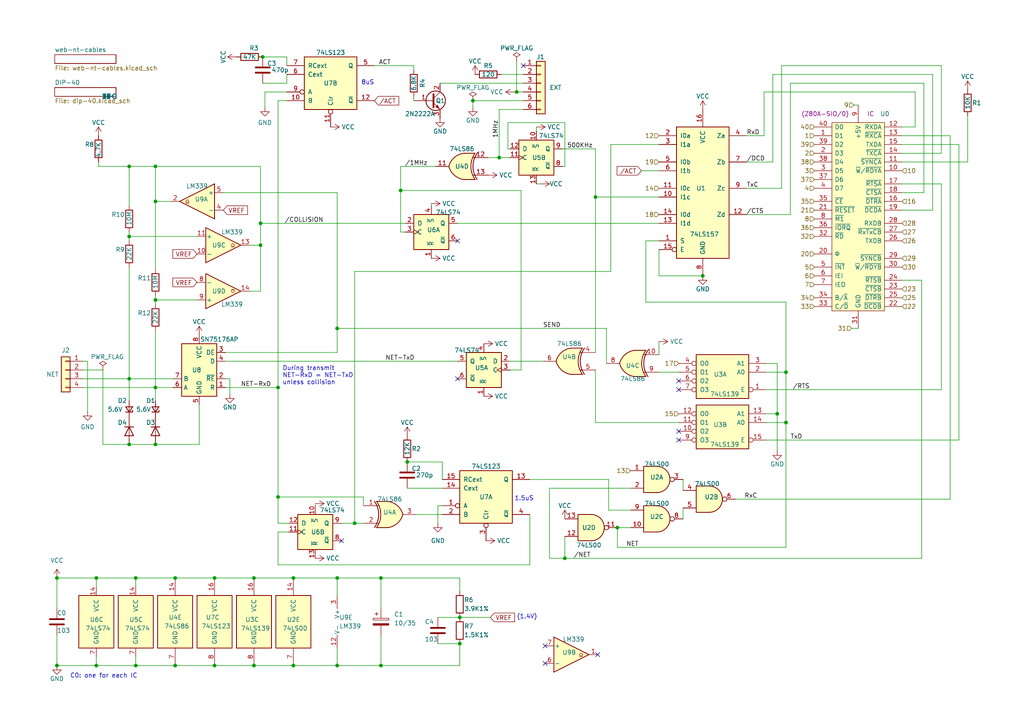
<source format=kicad_sch>
(kicad_sch (version 20211123) (generator eeschema)
  (paper "A4")
  (junction (at 50.8 193.04))
  (junction (at 50.8 167.64))
  (junction (at 37.465 48.26))
  (junction (at 73.66 193.04))
  (junction (at 102.87 151.765))
  (junction (at 97.79 95.25))
  (junction (at 39.37 193.04))
  (junction (at 73.66 167.64))
  (junction (at 118.11 133.985))
  (junction (at 62.23 193.04))
  (junction (at 80.645 112.395))
  (junction (at 27.94 167.64))
  (junction (at 144.78 45.72))
  (junction (at 227.965 122.555))
  (junction (at 37.465 109.855))
  (junction (at 133.35 186.69))
  (junction (at 133.35 179.07))
  (junction (at 137.16 29.21))
  (junction (at 39.37 167.64))
  (junction (at 45.085 112.395))
  (junction (at 225.425 120.015))
  (junction (at 37.465 68.58))
  (junction (at 110.49 167.64))
  (junction (at 45.085 48.26))
  (junction (at 62.23 167.64))
  (junction (at 172.72 57.15))
  (junction (at 45.085 58.42))
  (junction (at 116.205 55.245))
  (junction (at 76.2 16.51))
  (junction (at 16.51 193.04))
  (junction (at 97.79 167.64))
  (junction (at 80.645 144.145))
  (junction (at 45.085 86.995))
  (junction (at 227.965 107.95))
  (junction (at 27.94 193.04))
  (junction (at 75.565 64.77))
  (junction (at 16.51 167.64))
  (junction (at 203.835 80.01))
  (junction (at 163.83 161.925))
  (junction (at 37.465 128.905))
  (junction (at 45.085 128.905))
  (junction (at 75.565 71.12))
  (junction (at 85.09 167.64))
  (junction (at 85.09 193.04))
  (junction (at 97.79 193.04))
  (junction (at 110.49 193.04))
  (junction (at 179.07 153.035))
  (junction (at 149.86 26.67))
  (no_connect (at 151.765 19.05))
  (no_connect (at 158.115 187.325))
  (no_connect (at 158.115 192.405))
  (no_connect (at 173.355 189.865))
  (no_connect (at 99.06 156.845))
  (no_connect (at 132.715 69.85))
  (no_connect (at 196.85 125.095))
  (no_connect (at 196.85 127.635))
  (no_connect (at 196.85 110.49))
  (no_connect (at 196.85 113.03))
  (no_connect (at 132.715 109.855))
  (wire (pts (xy 110.49 167.64) (xy 97.79 167.64)))
  (wire (pts (xy 222.25 122.555) (xy 227.965 122.555)))
  (wire (pts (xy 151.13 55.245) (xy 116.205 55.245)))
  (wire (pts (xy 16.51 193.04) (xy 27.94 193.04)))
  (wire (pts (xy 151.13 107.315) (xy 151.13 55.245)))
  (wire (pts (xy 149.225 26.67) (xy 149.86 26.67)))
  (wire (pts (xy 261.62 81.28) (xy 267.335 81.28)))
  (wire (pts (xy 186.055 49.53) (xy 191.135 49.53)))
  (wire (pts (xy 270.51 21.59) (xy 224.155 21.59)))
  (wire (pts (xy 216.535 54.61) (xy 226.695 54.61)))
  (wire (pts (xy 155.575 36.83) (xy 155.575 38.1)))
  (wire (pts (xy 50.8 193.04) (xy 62.23 193.04)))
  (wire (pts (xy 179.07 153.035) (xy 179.07 158.75)))
  (wire (pts (xy 97.79 167.64) (xy 97.79 172.72)))
  (wire (pts (xy 91.44 146.05) (xy 91.44 146.685)))
  (wire (pts (xy 110.49 193.04) (xy 97.79 193.04)))
  (wire (pts (xy 45.085 95.885) (xy 45.085 112.395)))
  (wire (pts (xy 191.135 41.91) (xy 177.165 41.91)))
  (wire (pts (xy 191.135 69.85) (xy 187.325 69.85)))
  (wire (pts (xy 27.94 167.64) (xy 27.94 170.18)))
  (wire (pts (xy 72.39 71.12) (xy 75.565 71.12)))
  (wire (pts (xy 163.83 155.575) (xy 163.83 161.925)))
  (wire (pts (xy 247.65 30.48) (xy 248.92 30.48)))
  (wire (pts (xy 37.465 68.58) (xy 37.465 69.85)))
  (wire (pts (xy 80.645 29.21) (xy 80.645 112.395)))
  (wire (pts (xy 187.325 69.85) (xy 187.325 87.63)))
  (wire (pts (xy 176.53 147.955) (xy 182.88 147.955)))
  (wire (pts (xy 45.085 48.26) (xy 75.565 48.26)))
  (wire (pts (xy 45.085 48.26) (xy 45.085 58.42)))
  (wire (pts (xy 62.23 167.64) (xy 73.66 167.64)))
  (wire (pts (xy 83.185 26.67) (xy 76.835 26.67)))
  (wire (pts (xy 267.335 161.925) (xy 163.83 161.925)))
  (wire (pts (xy 216.535 62.23) (xy 229.235 62.23)))
  (wire (pts (xy 27.94 193.04) (xy 39.37 193.04)))
  (wire (pts (xy 120.015 27.94) (xy 120.015 29.21)))
  (wire (pts (xy 132.715 64.77) (xy 191.135 64.77)))
  (wire (pts (xy 261.62 44.45) (xy 273.05 44.45)))
  (wire (pts (xy 65.405 112.395) (xy 80.645 112.395)))
  (wire (pts (xy 147.955 104.775) (xy 157.48 104.775)))
  (wire (pts (xy 29.845 107.315) (xy 29.845 128.905)))
  (wire (pts (xy 75.565 48.26) (xy 75.565 64.77)))
  (wire (pts (xy 99.06 151.765) (xy 102.87 151.765)))
  (wire (pts (xy 117.475 67.31) (xy 116.205 67.31)))
  (wire (pts (xy 105.41 146.685) (xy 105.41 144.145)))
  (wire (pts (xy 273.05 113.03) (xy 222.25 113.03)))
  (wire (pts (xy 175.895 95.25) (xy 97.79 95.25)))
  (wire (pts (xy 97.79 193.04) (xy 97.79 187.96)))
  (wire (pts (xy 133.35 193.04) (xy 110.49 193.04)))
  (wire (pts (xy 16.51 167.64) (xy 27.94 167.64)))
  (wire (pts (xy 261.62 39.37) (xy 275.59 39.37)))
  (wire (pts (xy 265.43 36.83) (xy 265.43 26.67)))
  (wire (pts (xy 80.645 112.395) (xy 80.645 144.145)))
  (wire (pts (xy 76.2 24.13) (xy 83.185 24.13)))
  (wire (pts (xy 172.72 43.18) (xy 172.72 57.15)))
  (wire (pts (xy 80.645 154.305) (xy 83.82 154.305)))
  (wire (pts (xy 97.79 55.88) (xy 97.79 95.25)))
  (wire (pts (xy 247.015 95.25) (xy 248.92 95.25)))
  (wire (pts (xy 144.78 45.72) (xy 147.955 45.72)))
  (wire (pts (xy 50.165 112.395) (xy 45.085 112.395)))
  (wire (pts (xy 45.085 58.42) (xy 49.53 58.42)))
  (wire (pts (xy 273.05 53.34) (xy 261.62 53.34)))
  (wire (pts (xy 83.185 24.13) (xy 83.185 21.59)))
  (wire (pts (xy 37.465 68.58) (xy 57.15 68.58)))
  (wire (pts (xy 62.23 193.04) (xy 73.66 193.04)))
  (wire (pts (xy 65.405 104.775) (xy 132.715 104.775)))
  (wire (pts (xy 179.07 158.75) (xy 227.965 158.75)))
  (wire (pts (xy 65.405 102.235) (xy 97.79 102.235)))
  (wire (pts (xy 102.87 151.765) (xy 102.87 78.74)))
  (wire (pts (xy 133.35 179.07) (xy 142.24 179.07)))
  (wire (pts (xy 147.955 43.18) (xy 147.32 43.18)))
  (wire (pts (xy 275.59 39.37) (xy 275.59 144.78)))
  (wire (pts (xy 216.535 46.99) (xy 224.155 46.99)))
  (wire (pts (xy 159.385 161.925) (xy 159.385 141.605)))
  (wire (pts (xy 126.365 48.26) (xy 116.205 48.26)))
  (wire (pts (xy 153.67 163.83) (xy 153.67 149.225)))
  (wire (pts (xy 80.645 151.765) (xy 80.645 144.145)))
  (wire (pts (xy 191.135 72.39) (xy 191.135 80.01)))
  (wire (pts (xy 45.085 128.905) (xy 57.785 128.905)))
  (wire (pts (xy 267.97 55.88) (xy 267.97 24.13)))
  (wire (pts (xy 182.88 153.035) (xy 179.07 153.035)))
  (wire (pts (xy 28.575 48.26) (xy 37.465 48.26)))
  (wire (pts (xy 222.25 105.41) (xy 225.425 105.41)))
  (wire (pts (xy 73.66 193.04) (xy 85.09 193.04)))
  (wire (pts (xy 127 179.07) (xy 133.35 179.07)))
  (wire (pts (xy 176.53 147.955) (xy 176.53 139.065)))
  (wire (pts (xy 97.79 102.235) (xy 97.79 95.25)))
  (wire (pts (xy 80.645 154.305) (xy 80.645 163.83)))
  (wire (pts (xy 75.565 64.77) (xy 117.475 64.77)))
  (wire (pts (xy 45.085 112.395) (xy 45.085 116.205)))
  (wire (pts (xy 265.43 26.67) (xy 221.615 26.67)))
  (wire (pts (xy 45.085 86.995) (xy 45.085 88.265)))
  (wire (pts (xy 159.385 141.605) (xy 182.88 141.605)))
  (wire (pts (xy 45.085 112.395) (xy 24.13 112.395)))
  (wire (pts (xy 73.66 167.64) (xy 85.09 167.64)))
  (wire (pts (xy 198.12 139.065) (xy 198.12 142.24)))
  (wire (pts (xy 66.675 109.855) (xy 66.675 114.3)))
  (wire (pts (xy 39.37 167.64) (xy 39.37 170.18)))
  (wire (pts (xy 222.25 127.635) (xy 278.13 127.635)))
  (wire (pts (xy 278.13 41.91) (xy 278.13 127.635)))
  (wire (pts (xy 137.16 29.21) (xy 137.16 31.115)))
  (wire (pts (xy 127 146.685) (xy 127 151.765)))
  (wire (pts (xy 128.27 146.685) (xy 127 146.685)))
  (wire (pts (xy 16.51 167.64) (xy 16.51 176.53)))
  (wire (pts (xy 128.27 133.985) (xy 128.27 139.065)))
  (wire (pts (xy 198.12 147.32) (xy 198.12 150.495)))
  (wire (pts (xy 45.085 58.42) (xy 45.085 78.105)))
  (wire (pts (xy 225.425 105.41) (xy 225.425 120.015)))
  (wire (pts (xy 50.8 167.64) (xy 62.23 167.64)))
  (wire (pts (xy 50.165 109.855) (xy 37.465 109.855)))
  (wire (pts (xy 85.09 167.64) (xy 97.79 167.64)))
  (wire (pts (xy 39.37 193.04) (xy 50.8 193.04)))
  (wire (pts (xy 149.86 26.67) (xy 151.765 26.67)))
  (wire (pts (xy 226.695 19.05) (xy 273.05 19.05)))
  (wire (pts (xy 45.085 85.725) (xy 45.085 86.995)))
  (wire (pts (xy 75.565 71.12) (xy 75.565 64.77)))
  (wire (pts (xy 155.575 53.34) (xy 156.845 53.34)))
  (wire (pts (xy 120.015 19.05) (xy 120.015 20.32)))
  (wire (pts (xy 216.535 39.37) (xy 221.615 39.37)))
  (wire (pts (xy 147.32 43.18) (xy 147.32 35.56)))
  (wire (pts (xy 191.135 99.06) (xy 191.135 102.87)))
  (wire (pts (xy 261.62 60.96) (xy 270.51 60.96)))
  (wire (pts (xy 80.645 163.83) (xy 153.67 163.83)))
  (wire (pts (xy 27.94 167.64) (xy 39.37 167.64)))
  (wire (pts (xy 227.965 107.95) (xy 227.965 87.63)))
  (wire (pts (xy 261.62 36.83) (xy 265.43 36.83)))
  (wire (pts (xy 75.565 84.455) (xy 75.565 71.12)))
  (wire (pts (xy 133.35 186.69) (xy 133.35 193.04)))
  (wire (pts (xy 133.35 171.45) (xy 133.35 167.64)))
  (wire (pts (xy 37.465 109.855) (xy 24.13 109.855)))
  (wire (pts (xy 191.135 80.01) (xy 203.835 80.01)))
  (wire (pts (xy 120.65 149.225) (xy 128.27 149.225)))
  (wire (pts (xy 37.465 77.47) (xy 37.465 109.855)))
  (wire (pts (xy 229.235 24.13) (xy 229.235 62.23)))
  (wire (pts (xy 105.41 144.145) (xy 80.645 144.145)))
  (wire (pts (xy 102.87 151.765) (xy 105.41 151.765)))
  (wire (pts (xy 267.335 81.28) (xy 267.335 161.925)))
  (wire (pts (xy 187.325 87.63) (xy 227.965 87.63)))
  (wire (pts (xy 273.05 53.34) (xy 273.05 113.03)))
  (wire (pts (xy 127 186.69) (xy 133.35 186.69)))
  (wire (pts (xy 163.83 48.26) (xy 163.195 48.26)))
  (wire (pts (xy 28.575 46.99) (xy 28.575 48.26)))
  (wire (pts (xy 261.62 46.99) (xy 280.67 46.99)))
  (wire (pts (xy 116.205 55.245) (xy 116.205 48.26)))
  (wire (pts (xy 177.165 78.74) (xy 102.87 78.74)))
  (wire (pts (xy 45.085 86.995) (xy 57.15 86.995)))
  (wire (pts (xy 133.35 167.64) (xy 110.49 167.64)))
  (wire (pts (xy 83.82 151.765) (xy 80.645 151.765)))
  (wire (pts (xy 224.155 21.59) (xy 224.155 46.99)))
  (wire (pts (xy 144.78 31.75) (xy 151.765 31.75)))
  (wire (pts (xy 191.135 57.15) (xy 172.72 57.15)))
  (wire (pts (xy 172.72 102.235) (xy 172.72 57.15)))
  (wire (pts (xy 280.67 46.99) (xy 280.67 33.655)))
  (wire (pts (xy 278.13 41.91) (xy 261.62 41.91)))
  (wire (pts (xy 16.51 184.15) (xy 16.51 193.04)))
  (wire (pts (xy 37.465 67.31) (xy 37.465 68.58)))
  (wire (pts (xy 270.51 60.96) (xy 270.51 21.59)))
  (wire (pts (xy 147.32 35.56) (xy 163.83 35.56)))
  (wire (pts (xy 273.05 19.05) (xy 273.05 44.45)))
  (wire (pts (xy 83.185 29.21) (xy 80.645 29.21)))
  (wire (pts (xy 163.83 161.925) (xy 159.385 161.925)))
  (wire (pts (xy 147.955 107.315) (xy 151.13 107.315)))
  (wire (pts (xy 83.185 16.51) (xy 76.2 16.51)))
  (wire (pts (xy 45.085 128.905) (xy 37.465 128.905)))
  (wire (pts (xy 57.785 128.905) (xy 57.785 117.475)))
  (wire (pts (xy 72.39 84.455) (xy 75.565 84.455)))
  (wire (pts (xy 108.585 19.05) (xy 120.015 19.05)))
  (wire (pts (xy 267.97 24.13) (xy 229.235 24.13)))
  (wire (pts (xy 65.405 109.855) (xy 66.675 109.855)))
  (wire (pts (xy 110.49 184.15) (xy 110.49 193.04)))
  (wire (pts (xy 226.695 54.61) (xy 226.695 19.05)))
  (wire (pts (xy 29.845 128.905) (xy 37.465 128.905)))
  (wire (pts (xy 118.11 141.605) (xy 128.27 141.605)))
  (wire (pts (xy 213.36 144.78) (xy 275.59 144.78)))
  (wire (pts (xy 27.94 190.5) (xy 27.94 193.04)))
  (wire (pts (xy 39.37 190.5) (xy 39.37 193.04)))
  (wire (pts (xy 149.86 17.78) (xy 149.86 26.67)))
  (wire (pts (xy 144.78 45.72) (xy 141.605 45.72)))
  (wire (pts (xy 221.615 26.67) (xy 221.615 39.37)))
  (wire (pts (xy 37.465 48.26) (xy 45.085 48.26)))
  (wire (pts (xy 144.78 31.75) (xy 144.78 45.72)))
  (wire (pts (xy 83.185 16.51) (xy 83.185 19.05)))
  (wire (pts (xy 261.62 55.88) (xy 267.97 55.88)))
  (wire (pts (xy 145.415 21.59) (xy 151.765 21.59)))
  (wire (pts (xy 76.835 26.67) (xy 76.835 31.115)))
  (wire (pts (xy 25.4 104.775) (xy 25.4 119.38)))
  (wire (pts (xy 163.83 35.56) (xy 163.83 48.26)))
  (wire (pts (xy 110.49 176.53) (xy 110.49 167.64)))
  (wire (pts (xy 24.13 104.775) (xy 25.4 104.775)))
  (wire (pts (xy 163.195 43.18) (xy 172.72 43.18)))
  (wire (pts (xy 85.09 193.04) (xy 97.79 193.04)))
  (wire (pts (xy 125.095 59.69) (xy 125.095 59.055)))
  (wire (pts (xy 227.965 122.555) (xy 227.965 107.95)))
  (wire (pts (xy 37.465 109.855) (xy 37.465 116.205)))
  (wire (pts (xy 39.37 167.64) (xy 50.8 167.64)))
  (wire (pts (xy 172.72 122.555) (xy 196.85 122.555)))
  (wire (pts (xy 225.425 120.015) (xy 225.425 130.81)))
  (wire (pts (xy 191.135 107.95) (xy 196.85 107.95)))
  (wire (pts (xy 64.77 55.88) (xy 97.79 55.88)))
  (wire (pts (xy 222.25 107.95) (xy 227.965 107.95)))
  (wire (pts (xy 175.895 105.41) (xy 175.895 95.25)))
  (wire (pts (xy 24.13 107.315) (xy 29.845 107.315)))
  (wire (pts (xy 151.765 29.21) (xy 137.16 29.21)))
  (wire (pts (xy 37.465 59.69) (xy 37.465 48.26)))
  (wire (pts (xy 153.67 139.065) (xy 176.53 139.065)))
  (wire (pts (xy 177.165 41.91) (xy 177.165 78.74)))
  (wire (pts (xy 222.25 120.015) (xy 225.425 120.015)))
  (wire (pts (xy 118.11 133.985) (xy 128.27 133.985)))
  (wire (pts (xy 116.205 55.245) (xy 116.205 67.31)))
  (wire (pts (xy 127.635 24.13) (xy 151.765 24.13)))
  (wire (pts (xy 227.965 158.75) (xy 227.965 122.555)))
  (wire (pts (xy 172.72 107.315) (xy 172.72 122.555)))
  (text "(1.4V)" (at 149.86 179.705 0) (effects (font (size 1.27 1.27)) (justify left bottom)))
  (text "During transmit\nNET-RxD = NET-TxD\nunless collision" (at 81.915 111.76 0) (effects (font (size 1.27 1.27)) (justify left bottom)))
  (text "8uS" (at 104.775 24.765 0) (effects (font (size 1.27 1.27)) (justify left bottom)))
  (text "C0: one for each IC" (at 20.32 196.85 0) (effects (font (size 1.27 1.27)) (justify left bottom)))
  (text "1.5uS" (at 149.225 145.415 0) (effects (font (size 1.27 1.27)) (justify left bottom)))
  (label "{slash}DCD" (at 216.535 46.99 0))
  (label "TxC" (at 216.535 54.61 0))
  (label "{slash}RTS" (at 229.87 113.03 0))
  (label "NET-RxD" (at 69.85 112.395 0))
  (label "SEND" (at 157.48 95.25 0))
  (label "TxD" (at 229.235 127.635 0))
  (label "RxC" (at 215.9 144.78 0))
  (label "{slash}COLLISION" (at 82.55 64.77 0))
  (label "1MHz" (at 144.78 40.005 90))
  (label "NET-TxD" (at 111.76 104.775 0))
  (label "{slash}NET" (at 166.37 161.925 0))
  (label "{slash}1MHz" (at 117.475 48.26 0))
  (label "NET" (at 181.61 158.75 0))
  (label "ACT" (at 109.855 19.05 0))
  (label "500KHz" (at 164.465 43.18 0))
  (label "RxD" (at 216.535 39.37 0))
  (label "{slash}CTS" (at 216.535 62.23 0))
  (global_label "VREF" (shape input) (at 57.15 81.915 180) (property "Intersheet References" "${INTERSHEET_REFS}" (effects hide)))
  (global_label "{slash}ACT" (shape input) (at 108.585 29.21 0) (property "Intersheet References" "${INTERSHEET_REFS}" (effects hide)))
  (global_label "VREF" (shape input) (at 142.24 179.07 0) (property "Intersheet References" "${INTERSHEET_REFS}" (effects hide)))
  (global_label "VREF" (shape input) (at 57.15 73.66 180) (property "Intersheet References" "${INTERSHEET_REFS}" (effects hide)))
  (global_label "VREF" (shape input) (at 64.77 60.96 0) (property "Intersheet References" "${INTERSHEET_REFS}" (effects hide)))
  (global_label "{slash}ACT" (shape input) (at 186.055 49.53 180) (property "Intersheet References" "${INTERSHEET_REFS}" (effects hide)))
  (hierarchical_label "5" (shape input) (at 236.22 77.47 180))
  (hierarchical_label "13" (shape input) (at 182.88 136.525 180))
  (hierarchical_label "26" (shape input) (at 261.62 69.85 0))
  (hierarchical_label "34" (shape input) (at 236.22 86.36 180))
  (hierarchical_label "38" (shape input) (at 236.22 46.99 180))
  (hierarchical_label "30" (shape input) (at 261.62 77.47 0))
  (hierarchical_label "4" (shape input) (at 236.22 54.61 180))
  (hierarchical_label "39" (shape input) (at 236.22 41.91 180))
  (hierarchical_label "1" (shape input) (at 236.22 39.37 180))
  (hierarchical_label "27" (shape input) (at 261.62 67.31 0))
  (hierarchical_label "35" (shape input) (at 236.22 58.42 180))
  (hierarchical_label "36" (shape input) (at 236.22 66.04 180))
  (hierarchical_label "16" (shape input) (at 261.62 58.42 0))
  (hierarchical_label "33" (shape input) (at 236.22 88.9 180))
  (hierarchical_label "40" (shape input) (at 236.22 36.83 180))
  (hierarchical_label "7" (shape input) (at 236.22 82.55 180))
  (hierarchical_label "14" (shape input) (at 191.135 54.61 180))
  (hierarchical_label "19" (shape input) (at 191.135 46.99 180))
  (hierarchical_label "37" (shape input) (at 236.22 52.07 180))
  (hierarchical_label "22" (shape input) (at 261.62 88.9 0))
  (hierarchical_label "23" (shape input) (at 261.62 83.82 0))
  (hierarchical_label "28" (shape input) (at 261.62 64.77 0))
  (hierarchical_label "32" (shape input) (at 236.22 68.58 180))
  (hierarchical_label "12" (shape input) (at 191.135 39.37 180))
  (hierarchical_label "29" (shape input) (at 261.62 74.93 0))
  (hierarchical_label "6" (shape input) (at 236.22 80.01 180))
  (hierarchical_label "21" (shape input) (at 236.22 60.96 180))
  (hierarchical_label "9" (shape input) (at 247.65 30.48 180))
  (hierarchical_label "31" (shape input) (at 247.015 95.25 180))
  (hierarchical_label "18" (shape input) (at 191.135 62.23 180))
  (hierarchical_label "8" (shape input) (at 236.22 63.5 180))
  (hierarchical_label "2" (shape input) (at 236.22 44.45 180))
  (hierarchical_label "25" (shape input) (at 261.62 86.36 0))
  (hierarchical_label "17" (shape input) (at 196.85 105.41 180))
  (hierarchical_label "20" (shape input) (at 236.22 73.66 180))
  (hierarchical_label "10" (shape input) (at 261.62 49.53 0))
  (hierarchical_label "3" (shape input) (at 236.22 49.53 180))
  (hierarchical_label "15" (shape input) (at 196.85 120.015 180))
  (symbol (lib_id "74xx:74LS157") (at 203.835 54.61 0) (unit 1)
    (property "Reference" "U1" (at 201.93 54.61 0) (effects (justify left)))
    (property "Value" "74LS157" (at 200.025 67.945 0) (effects (justify left)))
    (property "Datasheet" "http://www.ti.com/lit/gpn/sn74LS157" (effects hide))
  )
  (symbol (lib_id "Device:Q_NPN_BCE") (at 125.095 29.21 0) (unit 1)
    (property "Reference" "Q1" (at 126.365 29.21 0) (effects (justify left)))
    (property "Value" "2N2222A" (at 117.475 33.02 0) (effects (justify left)))
  )
  (symbol (lib_id "power:VCC") (at 68.58 16.51 90) (unit 1)
    (property "Reference" "#PWR0130" (effects hide))
    (property "Value" "VCC" (at 64.77 16.51 0))
  )
  (symbol (lib_id "power:VCC") (at 155.575 36.83 270) (unit 1)
    (property "Reference" "#PWR0104" (effects hide))
    (property "Value" "VCC" (at 158.75 36.83 90) (effects (justify left)))
  )
  (symbol (lib_id "Device:R") (at 118.11 130.175 0) (unit 1)
    (property "Reference" "R2" (at 119.38 130.175 0) (effects (justify left)))
    (property "Value" "12K" (at 118.11 132.08 90) (effects (justify left)))
  )
  (symbol (lib_id "Device:R") (at 133.35 175.26 0) (unit 1)
    (property "Reference" "R6" (at 134.62 173.99 0) (effects (justify left)))
    (property "Value" "3.9K1%" (at 134.62 176.53 0) (effects (justify left)))
  )
  (symbol (lib_id "Device:D_Zener_Small") (at 37.465 118.745 270) (mirror x) (unit 1)
    (property "Reference" "D2" (at 36.83 116.205 90) (effects (justify right)))
    (property "Value" "5.6V" (at 35.56 118.745 90) (effects (justify right)))
  )
  (symbol (lib_id "power:VCC") (at 137.795 21.59 0) (unit 1)
    (property "Reference" "#PWR0120" (effects hide))
    (property "Value" "VCC" (at 137.795 17.78 0))
  )
  (symbol (lib_id "power:VCC") (at 149.225 26.67 90) (unit 1)
    (property "Reference" "#PWR0102" (effects hide))
    (property "Value" "VCC" (at 146.05 26.67 90) (effects (justify left)))
  )
  (symbol (lib_id "Device:R") (at 45.085 92.075 0) (mirror y) (unit 1)
    (property "Reference" "R12" (at 43.815 90.805 0) (effects (justify left)))
    (property "Value" "22K" (at 45.085 93.98 90) (effects (justify left)))
  )
  (symbol (lib_id "power:GND") (at 76.835 31.115 0) (unit 1)
    (property "Reference" "#PWR0121" (effects hide))
    (property "Value" "GND" (at 76.835 35.56 0))
  )
  (symbol (lib_id "power:GND") (at 127.635 34.29 0) (unit 1)
    (property "Reference" "#PWR0105" (effects hide))
    (property "Value" "GND" (at 127.635 38.1 0))
  )
  (symbol (lib_id "Connector_Generic:Conn_01x06") (at 156.845 24.13 0) (unit 1)
    (property "Reference" "J1" (at 155.575 16.51 0) (effects (justify left)))
    (property "Value" "EXT" (at 159.385 25.4 0) (effects (justify left)))
  )
  (symbol (lib_id "power:VCC") (at 95.885 36.83 270) (unit 1)
    (property "Reference" "#PWR0122" (effects hide))
    (property "Value" "VCC" (at 99.06 36.83 90) (effects (justify left)))
  )
  (symbol (lib_id "Device:D") (at 37.465 125.095 90) (mirror x) (unit 1)
    (property "Reference" "D4" (at 36.83 122.555 90) (effects (justify left)))
    (property "Value" " " (at 34.29 126.3649 90) (effects (justify left)))
  )
  (symbol (lib_id "Comparator:LM339") (at 57.15 58.42 0) (mirror y) (unit 1)
    (property "Reference" "U9" (at 58.42 57.785 0))
    (property "Value" "LM339" (at 57.15 53.975 0))
    (property "Datasheet" "https://www.st.com/resource/en/datasheet/lm139.pdf" (effects hide))
  )
  (symbol (lib_id "power:VCC") (at 280.67 26.035 0) (unit 1)
    (property "Reference" "#PWR0101" (effects hide))
    (property "Value" "VCC" (at 280.67 22.225 0))
  )
  (symbol (lib_id "power:VCC") (at 125.095 59.055 270) (unit 1)
    (property "Reference" "#PWR0109" (effects hide))
    (property "Value" "VCC" (at 128.27 59.055 90) (effects (justify left)))
  )
  (symbol (lib_id "74xx:74LS86") (at 183.515 105.41 180) (unit 3)
    (property "Reference" "U4" (at 183.515 106.045 0))
    (property "Value" "74LS86" (at 183.515 109.855 0))
    (property "Datasheet" "74xx/74ls86.pdf" (effects hide))
  )
  (symbol (lib_id "power:GND") (at 66.675 114.3 0) (mirror y) (unit 1)
    (property "Reference" "#PWR0125" (effects hide))
    (property "Value" "GND" (at 66.675 118.11 0))
  )
  (symbol (lib_id "power:PWR_FLAG") (at 149.86 17.78 0) (unit 1)
    (property "Reference" "#FLG0102" (effects hide))
    (property "Value" "PWR_FLAG" (at 149.86 13.97 0))
  )
  (symbol (lib_id "power:GND") (at 16.51 193.04 0) (unit 1)
    (property "Reference" "#PWR0124" (effects hide))
    (property "Value" "GND" (at 16.51 196.85 0))
  )
  (symbol (lib_id "Device:C") (at 76.2 20.32 0) (unit 1)
    (property "Reference" "C3" (at 77.47 18.415 0) (effects (justify left)))
    (property "Value" "470p" (at 78.74 20.32 0) (effects (justify left)))
  )
  (symbol (lib_id "74xx:74LS139") (at 209.55 122.555 0) (mirror y) (unit 2)
    (property "Reference" "U3" (at 208.915 123.19 0))
    (property "Value" "74LS139" (at 210.185 128.905 0))
    (property "Datasheet" "http://www.ti.com/lit/ds/symlink/sn74ls139a.pdf" (effects hide))
  )
  (symbol (lib_id "power:VCC") (at 91.44 146.05 270) (unit 1)
    (property "Reference" "#PWR0128" (effects hide))
    (property "Value" "VCC" (at 94.615 146.05 90) (effects (justify left)))
  )
  (symbol (lib_id "Device:C") (at 118.11 137.795 0) (unit 1)
    (property "Reference" "C2" (at 119.38 135.89 0) (effects (justify left)))
    (property "Value" "270p" (at 120.65 137.795 0) (effects (justify left)))
  )
  (symbol (lib_id "power:VCC") (at 118.11 126.365 0) (unit 1)
    (property "Reference" "#PWR0116" (effects hide))
    (property "Value" "VCC" (at 118.11 122.555 0))
  )
  (symbol (lib_id "power:VCC") (at 191.135 99.06 270) (unit 1)
    (property "Reference" "#PWR0113" (effects hide))
    (property "Value" "VCC" (at 194.31 99.06 90) (effects (justify left)))
  )
  (symbol (lib_id "power:GND") (at 137.16 31.115 0) (unit 1)
    (property "Reference" "#PWR0103" (effects hide))
    (property "Value" "GND" (at 137.16 34.925 0))
  )
  (symbol (lib_id "Device:R") (at 37.465 73.66 0) (mirror y) (unit 1)
    (property "Reference" "R9" (at 36.195 72.39 0) (effects (justify left)))
    (property "Value" "22K" (at 37.465 75.565 90) (effects (justify left)))
  )
  (symbol (lib_id "74xx:74LS123") (at 62.23 180.34 0) (unit 3)
    (property "Reference" "U7" (at 59.69 179.07 0) (effects (justify left)))
    (property "Value" "74LS123" (at 58.42 181.61 0) (effects (justify left)))
    (property "Datasheet" "http://www.ti.com/lit/gpn/sn74LS123" (effects hide))
  )
  (symbol (lib_id "Device:R") (at 120.015 24.13 0) (unit 1)
    (property "Reference" "R4" (at 122.555 24.13 90))
    (property "Value" "6.8K" (at 120.015 24.13 90))
  )
  (symbol (lib_id "Device:R") (at 280.67 29.845 0) (unit 1)
    (property "Reference" "R1" (at 281.94 29.845 0) (effects (justify left)))
    (property "Value" "10K" (at 280.67 31.75 90) (effects (justify left)))
  )
  (symbol (lib_id "74xx:74LS00") (at 171.45 153.035 0) (mirror x) (unit 4)
    (property "Reference" "U2" (at 170.815 153.035 0))
    (property "Value" "74LS00" (at 170.815 158.115 0))
    (property "Datasheet" "http://www.ti.com/lit/gpn/sn74ls00" (effects hide))
  )
  (symbol (lib_id "74xx:74LS123") (at 140.97 144.145 0) (unit 1)
    (property "Reference" "U7" (at 140.97 144.145 0))
    (property "Value" "74LS123" (at 140.97 135.255 0))
    (property "Datasheet" "http://www.ti.com/lit/gpn/sn74LS123" (effects hide))
  )
  (symbol (lib_id "power:VCC") (at 125.095 74.93 270) (unit 1)
    (property "Reference" "#PWR0106" (effects hide))
    (property "Value" "VCC" (at 128.27 74.93 90) (effects (justify left)))
  )
  (symbol (lib_id "Device:R") (at 45.085 81.915 0) (mirror y) (unit 1)
    (property "Reference" "R11" (at 43.815 80.645 0) (effects (justify left)))
    (property "Value" "10M" (at 45.085 83.82 90) (effects (justify left)))
  )
  (symbol (lib_id "power:VCC") (at 141.605 50.8 270) (unit 1)
    (property "Reference" "#PWR0108" (effects hide))
    (property "Value" "VCC" (at 144.78 50.8 90) (effects (justify left)))
  )
  (symbol (lib_id "74xx:74LS86") (at 50.8 180.34 0) (unit 5)
    (property "Reference" "U4" (at 48.895 179.07 0) (effects (justify left)))
    (property "Value" "74LS86" (at 47.625 181.61 0) (effects (justify left)))
    (property "Datasheet" "74xx/74ls86.pdf" (effects hide))
  )
  (symbol (lib_id "74xx:74LS00") (at 85.09 180.34 0) (unit 5)
    (property "Reference" "U2" (at 83.185 179.705 0) (effects (justify left)))
    (property "Value" "74LS00" (at 81.915 182.245 0) (effects (justify left)))
    (property "Datasheet" "http://www.ti.com/lit/gpn/sn74ls00" (effects hide))
  )
  (symbol (lib_id "power:GND") (at 203.835 80.01 0) (unit 1)
    (property "Reference" "#PWR0112" (effects hide))
    (property "Value" "GND" (at 203.835 83.82 0))
  )
  (symbol (lib_id "74xx:74LS00") (at 190.5 139.065 0) (unit 1)
    (property "Reference" "U2" (at 190.5 138.43 0))
    (property "Value" "74LS00" (at 190.5 134.62 0))
    (property "Datasheet" "http://www.ti.com/lit/gpn/sn74ls00" (effects hide))
  )
  (symbol (lib_id "power:VCC") (at 28.575 39.37 0) (mirror y) (unit 1)
    (property "Reference" "#PWR0131" (effects hide))
    (property "Value" "VCC" (at 28.575 35.56 0))
  )
  (symbol (lib_id "power:VCC") (at 140.335 114.935 270) (unit 1)
    (property "Reference" "#PWR0114" (effects hide))
    (property "Value" "VCC" (at 143.51 114.935 90) (effects (justify left)))
  )
  (symbol (lib_id "74xx:74LS86") (at 133.985 48.26 0) (mirror y) (unit 4)
    (property "Reference" "U4" (at 133.985 48.26 0))
    (property "Value" "74LS86" (at 133.985 43.18 0))
    (property "Datasheet" "74xx/74ls86.pdf" (effects hide))
  )
  (symbol (lib_id "Device:C") (at 127 182.88 0) (unit 1)
    (property "Reference" "C4" (at 123.19 180.34 0) (effects (justify left)))
    (property "Value" "103" (at 123.19 185.42 0) (effects (justify left)))
  )
  (symbol (lib_id "Device:D") (at 45.085 125.095 90) (mirror x) (unit 1)
    (property "Reference" "D3" (at 45.085 122.555 90) (effects (justify left)))
    (property "Value" " " (at 42.545 126.3649 90) (effects (justify left)))
  )
  (symbol (lib_id "74xx:74LS74") (at 91.44 154.305 0) (unit 2)
    (property "Reference" "U6" (at 90.17 154.305 0) (effects (justify left)))
    (property "Value" "74LS74" (at 92.71 147.955 0) (effects (justify left)))
    (property "Datasheet" "74xx/74hc_hct74.pdf" (effects hide))
  )
  (symbol (lib_id "74xx:74LS123") (at 95.885 24.13 0) (unit 2)
    (property "Reference" "U7" (at 95.885 24.13 0))
    (property "Value" "74LS123" (at 95.885 15.24 0))
    (property "Datasheet" "http://www.ti.com/lit/gpn/sn74LS123" (effects hide))
  )
  (symbol (lib_id "Z80-peripherals:SIO0-DIP-40") (at 241.3 35.56 0) (unit 1)
    (property "Reference" "U0" (at 255.27 33.02 0) (effects (justify left)))
    (property "Value" " " (at 250.9394 27.94 0) (effects (justify left)))
    (property "Reference_1" "IC" (at 251.46 33.02 0) (effects (justify left)))
    (property "Value_1" "(Z80A-SIO/0)" (at 232.41 33.02 0) (effects (justify left)))
    (property "Footprint_1" "Package_DIP:DIP-40_W15.24mm_LongPads" (effects hide))
    (property "Datasheet_1" "http://www.zilog.com/docs/z80/ps0183.pdf" (effects hide))
    (property "Description" "Z80 CMOS SIO/0 Z84C40 Zilog" (effects hide))
    (property "Height" "4.06" (effects hide))
    (property "Manufacturer_Name" "Zilog" (effects hide))
    (property "Manufacturer_Part_Number" "Z84C4206PEG" (effects hide))
    (property "Mouser Part Number" "692-Z84C4206PEG" (effects hide))
    (property "Mouser Price/Stock" "https://www.mouser.com/Search/Refine.aspx?Keyword=692-Z84C4206PEG" (effects hide))
    (property "RS Part Number" "6600766" (effects hide))
    (property "RS Price/Stock" "https://uk.rs-online.com/web/p/products/6600766" (effects hide))
    (property "Allied_Number" "R1000052" (effects hide))
    (property "Allied Price/Stock" "https://www.alliedelec.com/zilog-z84c4206peg/R1000052/" (effects hide))
  )
  (symbol (lib_id "power:PWR_FLAG") (at 29.845 107.315 0) (unit 1)
    (property "Reference" "#FLG?" (effects hide))
    (property "Value" "PWR_FLAG" (at 31.115 103.505 0))
  )
  (symbol (lib_id "74xx:74LS86") (at 165.1 104.775 0) (mirror y) (unit 2)
    (property "Reference" "U4" (at 165.1 103.505 0))
    (property "Value" "74LS86" (at 165.1 99.695 0))
    (property "Datasheet" "74xx/74ls86.pdf" (effects hide))
  )
  (symbol (lib_id "Device:R") (at 72.39 16.51 90) (unit 1)
    (property "Reference" "R3" (at 73.66 13.97 90))
    (property "Value" "47K" (at 72.39 16.51 90))
  )
  (symbol (lib_id "Connector_Generic:Conn_01x04") (at 19.05 107.315 0) (mirror y) (unit 1)
    (property "Reference" "J2" (at 19.05 101.6 0))
    (property "Value" "NET" (at 15.24 108.585 0))
  )
  (symbol (lib_id "74xx:74LS00") (at 205.74 144.78 0) (unit 2)
    (property "Reference" "U2" (at 206.375 144.145 0))
    (property "Value" "74LS00" (at 205.105 140.335 0))
    (property "Datasheet" "http://www.ti.com/lit/gpn/sn74ls00" (effects hide))
  )
  (symbol (lib_id "Device:C") (at 16.51 180.34 0) (unit 1)
    (property "Reference" "C0" (at 16.51 177.8 0) (effects (justify left)))
    (property "Value" "103" (at 16.51 182.88 0) (effects (justify left)))
  )
  (symbol (lib_id "Comparator:LM339") (at 100.33 180.34 0) (unit 5)
    (property "Reference" "U9" (at 98.425 179.0699 0) (effects (justify left)))
    (property "Value" "LM339" (at 98.425 181.6099 0) (effects (justify left)))
    (property "Datasheet" "https://www.st.com/resource/en/datasheet/lm139.pdf" (effects hide))
  )
  (symbol (lib_id "power:GND") (at 25.4 119.38 0) (mirror y) (unit 1)
    (property "Reference" "#PWR0127" (effects hide))
    (property "Value" "GND" (at 25.4 123.825 0))
  )
  (symbol (lib_id "power:VCC") (at 140.335 99.695 270) (unit 1)
    (property "Reference" "#PWR0115" (effects hide))
    (property "Value" "VCC" (at 143.51 99.695 90) (effects (justify left)))
  )
  (symbol (lib_id "Device:C_Polarized") (at 110.49 180.34 0) (unit 1)
    (property "Reference" "C1" (at 114.3 178.1809 0) (effects (justify left)))
    (property "Value" "10/35" (at 114.3 180.7209 0) (effects (justify left)))
  )
  (symbol (lib_id "power:VCC") (at 163.83 150.495 0) (unit 1)
    (property "Reference" "#PWR0117" (effects hide))
    (property "Value" "VCC" (at 163.83 146.685 0))
  )
  (symbol (lib_id "power:VCC") (at 156.845 53.34 270) (unit 1)
    (property "Reference" "#PWR0107" (effects hide))
    (property "Value" "VCC" (at 161.29 53.34 90))
  )
  (symbol (lib_id "74xx:74LS139") (at 73.66 180.34 0) (unit 3)
    (property "Reference" "U3" (at 71.12 179.705 0) (effects (justify left)))
    (property "Value" "74LS139" (at 69.85 182.245 0) (effects (justify left)))
    (property "Datasheet" "http://www.ti.com/lit/ds/symlink/sn74ls139a.pdf" (effects hide))
  )
  (symbol (lib_id "Device:R") (at 133.35 182.88 0) (unit 1)
    (property "Reference" "R7" (at 134.62 181.61 0) (effects (justify left)))
    (property "Value" "1.5K1%" (at 134.62 184.15 0) (effects (justify left)))
  )
  (symbol (lib_id "Comparator:LM339") (at 64.77 71.12 0) (unit 3)
    (property "Reference" "U9" (at 63.5 71.12 0))
    (property "Value" "LM339" (at 67.31 67.31 0))
    (property "Datasheet" "https://www.st.com/resource/en/datasheet/lm139.pdf" (effects hide))
  )
  (symbol (lib_id "Interface_UART:SN75176AP") (at 57.785 107.315 0) (mirror y) (unit 1)
    (property "Reference" "U8" (at 58.42 107.315 0) (effects (justify left)))
    (property "Value" "SN75176AP" (at 69.215 98.425 0) (effects (justify left)))
    (property "Footprint" "Package_DIP:DIP-8_W7.62mm" (effects hide))
    (property "Datasheet" "http://www.ti.com/lit/ds/symlink/sn75176a.pdf" (effects hide))
  )
  (symbol (lib_id "74xx:74LS86") (at 113.03 149.225 0) (unit 1)
    (property "Reference" "U4" (at 113.03 148.59 0))
    (property "Value" "74LS86" (at 113.03 144.78 0))
    (property "Datasheet" "74xx/74ls86.pdf" (effects hide))
  )
  (symbol (lib_id "power:VCC") (at 203.835 31.75 0) (unit 1)
    (property "Reference" "#PWR0111" (effects hide))
    (property "Value" "VCC" (at 203.835 27.94 0))
  )
  (symbol (lib_id "74xx:74LS00") (at 190.5 150.495 0) (unit 3)
    (property "Reference" "U2" (at 190.5 149.86 0))
    (property "Value" "74LS00" (at 190.5 146.05 0))
    (property "Datasheet" "http://www.ti.com/lit/gpn/sn74ls00" (effects hide))
  )
  (symbol (lib_id "Device:R") (at 37.465 63.5 0) (mirror y) (unit 1)
    (property "Reference" "R10" (at 36.195 62.23 0) (effects (justify left)))
    (property "Value" "10M" (at 37.465 65.405 90) (effects (justify left)))
  )
  (symbol (lib_id "power:VCC") (at 16.51 167.64 0) (unit 1)
    (property "Reference" "#PWR0123" (effects hide))
    (property "Value" "VCC" (at 16.51 162.56 0))
  )
  (symbol (lib_id "Comparator:LM339") (at 165.735 189.865 0) (unit 2)
    (property "Reference" "U9" (at 165.1 189.23 0))
    (property "Value" "LM339" (at 166.37 185.42 0))
    (property "Datasheet" "https://www.st.com/resource/en/datasheet/lm139.pdf" (effects hide))
  )
  (symbol (lib_id "74xx:74LS74") (at 125.095 67.31 0) (unit 1)
    (property "Reference" "U6" (at 123.825 66.675 0) (effects (justify left)))
    (property "Value" "74LS74" (at 126.365 61.595 0) (effects (justify left)))
    (property "Datasheet" "74xx/74hc_hct74.pdf" (effects hide))
  )
  (symbol (lib_id "power:GND") (at 127 151.765 0) (unit 1)
    (property "Reference" "#PWR0118" (effects hide))
    (property "Value" "GND" (at 127 156.845 0))
  )
  (symbol (lib_id "power:PWR_FLAG") (at 137.16 29.21 0) (unit 1)
    (property "Reference" "#FLG0101" (effects hide))
    (property "Value" "PWR_FLAG" (at 137.16 25.4 0))
  )
  (symbol (lib_id "power:GND") (at 225.425 130.81 0) (unit 1)
    (property "Reference" "#PWR0110" (effects hide))
    (property "Value" "GND" (at 225.425 134.62 0))
  )
  (symbol (lib_id "Comparator:LM339") (at 64.77 84.455 0) (mirror x) (unit 4)
    (property "Reference" "U9" (at 63.5 84.455 0))
    (property "Value" "LM339" (at 67.31 88.265 0))
    (property "Datasheet" "https://www.st.com/resource/en/datasheet/lm139.pdf" (effects hide))
  )
  (symbol (lib_id "74xx:74LS74") (at 155.575 45.72 0) (unit 2)
    (property "Reference" "U5" (at 154.305 45.72 0) (effects (justify left)))
    (property "Value" "74LS74" (at 156.21 39.37 0) (effects (justify left)))
    (property "Datasheet" "74xx/74hc_hct74.pdf" (effects hide))
  )
  (symbol (lib_id "74xx:74LS74") (at 27.94 180.34 0) (unit 3)
    (property "Reference" "U6" (at 26.035 179.705 0) (effects (justify left)))
    (property "Value" "74LS74" (at 24.765 182.245 0) (effects (justify left)))
    (property "Datasheet" "74xx/74hc_hct74.pdf" (effects hide))
  )
  (symbol (lib_id "Device:R") (at 28.575 43.18 0) (mirror y) (unit 1)
    (property "Reference" "R8" (at 27.305 41.91 0) (effects (justify left)))
    (property "Value" "4.7K" (at 28.575 45.72 90) (effects (justify left)))
  )
  (symbol (lib_id "power:VCC") (at 91.44 161.925 270) (unit 1)
    (property "Reference" "#PWR0129" (effects hide))
    (property "Value" "VCC" (at 94.615 161.925 90) (effects (justify left)))
  )
  (symbol (lib_id "Device:R") (at 141.605 21.59 270) (unit 1)
    (property "Reference" "R5" (at 141.605 19.05 90))
    (property "Value" "120" (at 141.605 21.59 90))
  )
  (symbol (lib_id "Device:D_Zener_Small") (at 45.085 118.745 270) (mirror x) (unit 1)
    (property "Reference" "D1" (at 45.085 116.205 90) (effects (justify right)))
    (property "Value" "5.6V" (at 43.815 118.745 90) (effects (justify right)))
  )
  (symbol (lib_id "power:VCC") (at 140.97 156.845 270) (unit 1)
    (property "Reference" "#PWR0119" (effects hide))
    (property "Value" "VCC" (at 144.145 156.845 90) (effects (justify left)))
  )
  (symbol (lib_id "74xx:74LS74") (at 140.335 107.315 0) (mirror y) (unit 1)
    (property "Reference" "U5" (at 141.605 106.68 0) (effects (justify left)))
    (property "Value" "74LS74" (at 139.065 101.6 0) (effects (justify left)))
    (property "Datasheet" "74xx/74hc_hct74.pdf" (effects hide))
  )
  (symbol (lib_id "power:VCC") (at 57.785 97.155 0) (mirror y) (unit 1)
    (property "Reference" "#PWR0126" (effects hide))
    (property "Value" "VCC" (at 57.785 93.345 0))
  )
  (symbol (lib_id "74xx:74LS139") (at 209.55 107.95 0) (mirror y) (unit 1)
    (property "Reference" "U3" (at 208.915 108.585 0))
    (property "Value" "74LS139" (at 210.185 114.3 0))
    (property "Datasheet" "http://www.ti.com/lit/ds/symlink/sn74ls139a.pdf" (effects hide))
  )
  (symbol (lib_id "74xx:74LS74") (at 39.37 180.34 0) (unit 3)
    (property "Reference" "U5" (at 37.465 179.705 0) (effects (justify left)))
    (property "Value" "74LS74" (at 36.195 182.245 0) (effects (justify left)))
    (property "Datasheet" "74xx/74hc_hct74.pdf" (effects hide))
  )
  (sheet (at 15.875 15.875) (size 17.78 2.54) (stroke (width 0.1524))
    (property "Sheet name" "web-nt-cables" (at 15.875 15.1634 0) (effects (justify left bottom)))
    (property "Sheet file" "web-nt-cables.kicad_sch" (at 15.875 18.9996 0) (effects (justify left top)))
  )
  (sheet (at 15.875 25.4) (size 17.78 2.54) (stroke (width 0.1524))
    (property "Sheet name" "DIP-40" (at 15.875 24.6884 0) (effects (justify left bottom)))
    (property "Sheet file" "dip-40.kicad_sch" (at 15.875 28.5246 0) (effects (justify left top)))
    (pin "9" input (at 33.655 27.94 0))
    (pin "14" input (at 33.655 27.94 0))
    (pin "18" input (at 33.655 27.94 0))
    (pin "19" input (at 33.655 27.94 0))
    (pin "20" input (at 33.655 27.94 0))
    (pin "21" input (at 33.655 27.94 0))
    (pin "22" input (at 33.655 27.94 0))
    (pin "23" input (at 33.655 27.94 0))
    (pin "25" input (at 33.655 27.94 0))
    (pin "26" input (at 33.655 27.94 0))
    (pin "27" input (at 33.655 27.94 0))
    (pin "28" input (at 33.655 27.94 0))
    (pin "29" input (at 33.655 27.94 0))
    (pin "30" input (at 33.655 27.94 0))
    (pin "31" input (at 33.655 27.94 0))
    (pin "15" input (at 33.655 27.94 0))
    (pin "16" input (at 33.655 27.94 0))
    (pin "17" input (at 33.655 27.94 0))
    (pin "1" input (at 33.655 27.94 0))
    (pin "2" input (at 33.655 27.94 0))
    (pin "3" input (at 33.655 27.94 0))
    (pin "4" input (at 33.655 27.94 0))
    (pin "37" input (at 33.655 27.94 0))
    (pin "38" input (at 33.655 27.94 0))
    (pin "35" input (at 33.655 27.94 0))
    (pin "36" input (at 33.655 27.94 0))
    (pin "39" input (at 33.655 27.94 0))
    (pin "40" input (at 33.655 27.94 0))
    (pin "8" input (at 33.655 27.94 0))
    (pin "10" input (at 33.655 27.94 0))
    (pin "33" input (at 33.655 27.94 0))
    (pin "34" input (at 33.655 27.94 0))
    (pin "32" input (at 33.655 27.94 0))
    (pin "5" input (at 33.655 27.94 0))
    (pin "6" input (at 33.655 27.94 0))
    (pin "13" input (at 33.655 27.94 0))
    (pin "12" input (at 33.655 27.94 0))
    (pin "7" input (at 33.655 27.94 0))
  )
)
</source>
